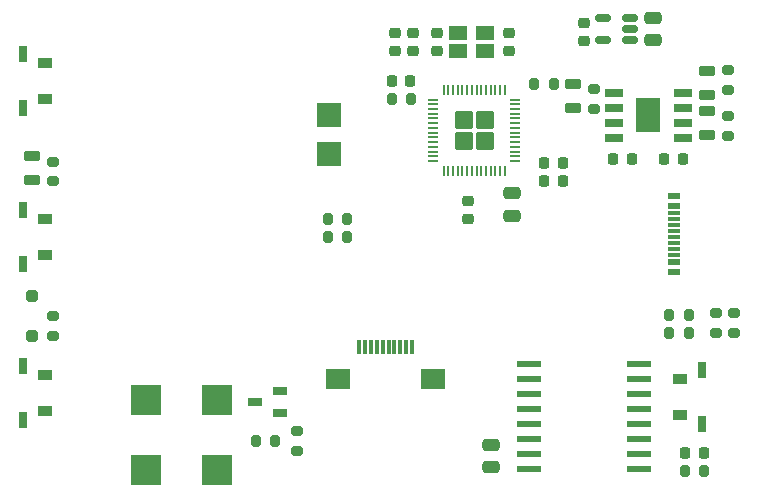
<source format=gbr>
%TF.GenerationSoftware,KiCad,Pcbnew,7.0.9*%
%TF.CreationDate,2024-01-15T23:25:48+02:00*%
%TF.ProjectId,DRM_Watch_V3,44524d5f-5761-4746-9368-5f56332e6b69,rev?*%
%TF.SameCoordinates,Original*%
%TF.FileFunction,Paste,Top*%
%TF.FilePolarity,Positive*%
%FSLAX46Y46*%
G04 Gerber Fmt 4.6, Leading zero omitted, Abs format (unit mm)*
G04 Created by KiCad (PCBNEW 7.0.9) date 2024-01-15 23:25:48*
%MOMM*%
%LPD*%
G01*
G04 APERTURE LIST*
G04 Aperture macros list*
%AMRoundRect*
0 Rectangle with rounded corners*
0 $1 Rounding radius*
0 $2 $3 $4 $5 $6 $7 $8 $9 X,Y pos of 4 corners*
0 Add a 4 corners polygon primitive as box body*
4,1,4,$2,$3,$4,$5,$6,$7,$8,$9,$2,$3,0*
0 Add four circle primitives for the rounded corners*
1,1,$1+$1,$2,$3*
1,1,$1+$1,$4,$5*
1,1,$1+$1,$6,$7*
1,1,$1+$1,$8,$9*
0 Add four rect primitives between the rounded corners*
20,1,$1+$1,$2,$3,$4,$5,0*
20,1,$1+$1,$4,$5,$6,$7,0*
20,1,$1+$1,$6,$7,$8,$9,0*
20,1,$1+$1,$8,$9,$2,$3,0*%
G04 Aperture macros list end*
%ADD10RoundRect,0.200000X0.275000X-0.200000X0.275000X0.200000X-0.275000X0.200000X-0.275000X-0.200000X0*%
%ADD11RoundRect,0.250000X0.250000X-0.250000X0.250000X0.250000X-0.250000X0.250000X-0.250000X-0.250000X0*%
%ADD12R,2.500000X2.500000*%
%ADD13RoundRect,0.200000X-0.200000X-0.275000X0.200000X-0.275000X0.200000X0.275000X-0.200000X0.275000X0*%
%ADD14RoundRect,0.225000X0.250000X-0.225000X0.250000X0.225000X-0.250000X0.225000X-0.250000X-0.225000X0*%
%ADD15RoundRect,0.225000X-0.250000X0.225000X-0.250000X-0.225000X0.250000X-0.225000X0.250000X0.225000X0*%
%ADD16RoundRect,0.200000X0.500000X-0.200000X0.500000X0.200000X-0.500000X0.200000X-0.500000X-0.200000X0*%
%ADD17R,1.270000X0.900000*%
%ADD18R,0.800000X1.450000*%
%ADD19RoundRect,0.250000X0.475000X-0.250000X0.475000X0.250000X-0.475000X0.250000X-0.475000X-0.250000X0*%
%ADD20RoundRect,0.042000X0.573000X0.258000X-0.573000X0.258000X-0.573000X-0.258000X0.573000X-0.258000X0*%
%ADD21R,2.000000X2.000000*%
%ADD22R,1.500000X0.660400*%
%ADD23R,2.000000X3.000000*%
%ADD24RoundRect,0.225000X0.225000X0.250000X-0.225000X0.250000X-0.225000X-0.250000X0.225000X-0.250000X0*%
%ADD25R,0.300000X1.300000*%
%ADD26R,2.000000X1.800000*%
%ADD27RoundRect,0.225000X-0.225000X-0.250000X0.225000X-0.250000X0.225000X0.250000X-0.225000X0.250000X0*%
%ADD28RoundRect,0.200000X-0.275000X0.200000X-0.275000X-0.200000X0.275000X-0.200000X0.275000X0.200000X0*%
%ADD29RoundRect,0.041300X-0.983700X-0.253700X0.983700X-0.253700X0.983700X0.253700X-0.983700X0.253700X0*%
%ADD30RoundRect,0.200000X0.200000X0.275000X-0.200000X0.275000X-0.200000X-0.275000X0.200000X-0.275000X0*%
%ADD31RoundRect,0.250000X-0.475000X0.250000X-0.475000X-0.250000X0.475000X-0.250000X0.475000X0.250000X0*%
%ADD32RoundRect,0.200000X-0.500000X0.200000X-0.500000X-0.200000X0.500000X-0.200000X0.500000X0.200000X0*%
%ADD33RoundRect,0.150000X0.512500X0.150000X-0.512500X0.150000X-0.512500X-0.150000X0.512500X-0.150000X0*%
%ADD34R,1.140000X0.600000*%
%ADD35R,1.140000X0.300000*%
%ADD36R,1.500000X1.200000*%
%ADD37RoundRect,0.249999X-0.524597X-0.524597X0.524597X-0.524597X0.524597X0.524597X-0.524597X0.524597X0*%
%ADD38RoundRect,0.050000X-0.350000X-0.050000X0.350000X-0.050000X0.350000X0.050000X-0.350000X0.050000X0*%
%ADD39RoundRect,0.050000X-0.050000X-0.350000X0.050000X-0.350000X0.050000X0.350000X-0.050000X0.350000X0*%
G04 APERTURE END LIST*
D10*
%TO.C,R3*%
X125476000Y-73406000D03*
X125476000Y-71756000D03*
%TD*%
D11*
%TO.C,D2*%
X67564000Y-70260000D03*
X67564000Y-73660000D03*
%TD*%
D12*
%TO.C,LS1*%
X77264000Y-85042000D03*
X77264000Y-79042000D03*
X83264000Y-79042000D03*
X83264000Y-85042000D03*
%TD*%
D13*
%TO.C,R14*%
X121540000Y-73406000D03*
X123190000Y-73406000D03*
%TD*%
D10*
%TO.C,R6*%
X69342000Y-73660000D03*
X69342000Y-72010000D03*
%TD*%
D14*
%TO.C,C5*%
X99822000Y-49530000D03*
X99822000Y-47980000D03*
%TD*%
D15*
%TO.C,C15*%
X98298000Y-47980000D03*
X98298000Y-49530000D03*
%TD*%
D10*
%TO.C,R9*%
X115189000Y-54419000D03*
X115189000Y-52769000D03*
%TD*%
D16*
%TO.C,D3*%
X124714000Y-56642000D03*
X124714000Y-54610000D03*
%TD*%
D17*
%TO.C,S2*%
X68703000Y-63754000D03*
X68703000Y-66802000D03*
D18*
X66818000Y-62992000D03*
X66818000Y-67564000D03*
%TD*%
D19*
%TO.C,C9*%
X120147500Y-48636000D03*
X120147500Y-46736000D03*
%TD*%
D20*
%TO.C,Q1*%
X88569000Y-80198000D03*
X88569000Y-78298000D03*
X86449000Y-79248000D03*
%TD*%
D21*
%TO.C,BT1*%
X92710000Y-54991000D03*
X92710000Y-58293000D03*
%TD*%
D14*
%TO.C,C6*%
X114305500Y-48715000D03*
X114305500Y-47165000D03*
%TD*%
D15*
%TO.C,C4*%
X104521000Y-62217000D03*
X104521000Y-63767000D03*
%TD*%
D22*
%TO.C,U3*%
X116884788Y-53093890D03*
X116884788Y-54363890D03*
X116884788Y-55633890D03*
X116884788Y-56903890D03*
X122682000Y-56896000D03*
X122682000Y-55626000D03*
X122682000Y-54356000D03*
X122682000Y-53086000D03*
D23*
X119790234Y-54988485D03*
%TD*%
D17*
%TO.C,S1*%
X68703000Y-50546000D03*
X68703000Y-53594000D03*
D18*
X66818000Y-49784000D03*
X66818000Y-54356000D03*
%TD*%
D24*
%TO.C,C12*%
X116827000Y-58674000D03*
X118377000Y-58674000D03*
%TD*%
D25*
%TO.C,J2*%
X95286000Y-74595000D03*
X95786000Y-74595000D03*
X96286000Y-74595000D03*
X96786000Y-74595000D03*
X97286000Y-74595000D03*
X97786000Y-74595000D03*
X98286000Y-74595000D03*
X98786000Y-74595000D03*
X99286000Y-74595000D03*
X99786000Y-74595000D03*
D26*
X93486000Y-77345000D03*
X101586000Y-77345000D03*
%TD*%
D27*
%TO.C,C7*%
X110985000Y-59055000D03*
X112535000Y-59055000D03*
%TD*%
%TO.C,C14*%
X122923000Y-83566000D03*
X124473000Y-83566000D03*
%TD*%
D15*
%TO.C,C3*%
X107950000Y-47980000D03*
X107950000Y-49530000D03*
%TD*%
D28*
%TO.C,R7*%
X126492000Y-55055000D03*
X126492000Y-56705000D03*
%TD*%
D17*
%TO.C,S4*%
X68703000Y-76962000D03*
X68703000Y-80010000D03*
D18*
X66818000Y-76200000D03*
X66818000Y-80772000D03*
%TD*%
D24*
%TO.C,C13*%
X99644000Y-52070000D03*
X98094000Y-52070000D03*
%TD*%
D29*
%TO.C,U4*%
X109645000Y-76073000D03*
X109645000Y-77343000D03*
X109645000Y-78613000D03*
X109645000Y-79883000D03*
X109645000Y-81153000D03*
X109645000Y-82423000D03*
X109645000Y-83693000D03*
X109645000Y-84963000D03*
X118955000Y-84963000D03*
X118955000Y-83693000D03*
X118955000Y-82423000D03*
X118955000Y-81153000D03*
X118955000Y-79883000D03*
X118955000Y-78613000D03*
X118955000Y-77343000D03*
X118955000Y-76073000D03*
%TD*%
D30*
%TO.C,R10*%
X111760000Y-52324000D03*
X110110000Y-52324000D03*
%TD*%
D31*
%TO.C,C10*%
X106426000Y-82870000D03*
X106426000Y-84770000D03*
%TD*%
D32*
%TO.C,D1*%
X67564000Y-58420000D03*
X67564000Y-60452000D03*
%TD*%
D24*
%TO.C,C11*%
X122695000Y-58674000D03*
X121145000Y-58674000D03*
%TD*%
D15*
%TO.C,C2*%
X101854000Y-47980000D03*
X101854000Y-49530000D03*
%TD*%
D10*
%TO.C,R5*%
X69342000Y-60578000D03*
X69342000Y-58928000D03*
%TD*%
%TO.C,R8*%
X126492000Y-52832000D03*
X126492000Y-51182000D03*
%TD*%
D13*
%TO.C,R4*%
X86551000Y-82550000D03*
X88201000Y-82550000D03*
%TD*%
D33*
%TO.C,U2*%
X118237000Y-48636000D03*
X118237000Y-47686000D03*
X118237000Y-46736000D03*
X115962000Y-46736000D03*
X115962000Y-48636000D03*
%TD*%
D28*
%TO.C,R2*%
X127000000Y-71756000D03*
X127000000Y-73406000D03*
%TD*%
D17*
%TO.C,S3*%
X122452000Y-80352000D03*
X122452000Y-77304000D03*
D18*
X124337000Y-81114000D03*
X124337000Y-76542000D03*
%TD*%
D13*
%TO.C,R11*%
X92647000Y-65278000D03*
X94297000Y-65278000D03*
%TD*%
%TO.C,R15*%
X98044000Y-53594000D03*
X99694000Y-53594000D03*
%TD*%
D34*
%TO.C,J1*%
X121920000Y-68231000D03*
X121920000Y-67431000D03*
D35*
X121920000Y-66281000D03*
X121920000Y-65281000D03*
X121920000Y-64781000D03*
X121920000Y-63781000D03*
D34*
X121920000Y-61831000D03*
X121920000Y-62631000D03*
D35*
X121920000Y-63281000D03*
X121920000Y-64281000D03*
X121920000Y-65781000D03*
X121920000Y-66781000D03*
%TD*%
D13*
%TO.C,R16*%
X122873000Y-85090000D03*
X124523000Y-85090000D03*
%TD*%
D30*
%TO.C,R13*%
X123190000Y-71882000D03*
X121540000Y-71882000D03*
%TD*%
D36*
%TO.C,Y1*%
X103632000Y-49530000D03*
X105918000Y-49530000D03*
X105918000Y-48006000D03*
X103632000Y-48006000D03*
%TD*%
D30*
%TO.C,R12*%
X94297000Y-63754000D03*
X92647000Y-63754000D03*
%TD*%
D32*
%TO.C,D5*%
X113411000Y-52324000D03*
X113411000Y-54356000D03*
%TD*%
D27*
%TO.C,C8*%
X110985000Y-60579000D03*
X112535000Y-60579000D03*
%TD*%
D32*
%TO.C,D4*%
X124714000Y-51245000D03*
X124714000Y-53277000D03*
%TD*%
D28*
%TO.C,R1*%
X90043000Y-81725000D03*
X90043000Y-83375000D03*
%TD*%
D37*
%TO.C,U1*%
X104168000Y-55372000D03*
X104168000Y-57122000D03*
X105918000Y-55372000D03*
X105918000Y-57122000D03*
D38*
X101593000Y-53647000D03*
X101593000Y-54047000D03*
X101593000Y-54447000D03*
X101593000Y-54847000D03*
X101593000Y-55247000D03*
X101593000Y-55647000D03*
X101593000Y-56047000D03*
X101593000Y-56447000D03*
X101593000Y-56847000D03*
X101593000Y-57247000D03*
X101593000Y-57647000D03*
X101593000Y-58047000D03*
X101593000Y-58447000D03*
X101593000Y-58847000D03*
D39*
X102443000Y-59697000D03*
X102843000Y-59697000D03*
X103243000Y-59697000D03*
X103643000Y-59697000D03*
X104043000Y-59697000D03*
X104443000Y-59697000D03*
X104843000Y-59697000D03*
X105243000Y-59697000D03*
X105643000Y-59697000D03*
X106043000Y-59697000D03*
X106443000Y-59697000D03*
X106843000Y-59697000D03*
X107243000Y-59697000D03*
X107643000Y-59697000D03*
D38*
X108493000Y-58847000D03*
X108493000Y-58447000D03*
X108493000Y-58047000D03*
X108493000Y-57647000D03*
X108493000Y-57247000D03*
X108493000Y-56847000D03*
X108493000Y-56447000D03*
X108493000Y-56047000D03*
X108493000Y-55647000D03*
X108493000Y-55247000D03*
X108493000Y-54847000D03*
X108493000Y-54447000D03*
X108493000Y-54047000D03*
X108493000Y-53647000D03*
D39*
X107643000Y-52797000D03*
X107243000Y-52797000D03*
X106843000Y-52797000D03*
X106443000Y-52797000D03*
X106043000Y-52797000D03*
X105643000Y-52797000D03*
X105243000Y-52797000D03*
X104843000Y-52797000D03*
X104443000Y-52797000D03*
X104043000Y-52797000D03*
X103643000Y-52797000D03*
X103243000Y-52797000D03*
X102843000Y-52797000D03*
X102443000Y-52797000D03*
%TD*%
D19*
%TO.C,C1*%
X108204000Y-63495000D03*
X108204000Y-61595000D03*
%TD*%
M02*

</source>
